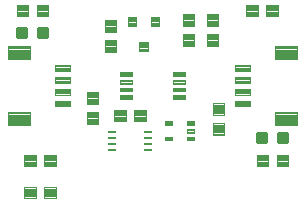
<source format=gtp>
G04 EAGLE Gerber RS-274X export*
G75*
%MOMM*%
%FSLAX34Y34*%
%LPD*%
%INSolderpaste Top*%
%IPPOS*%
%AMOC8*
5,1,8,0,0,1.08239X$1,22.5*%
G01*
%ADD10C,0.100000*%
%ADD11C,0.096000*%
%ADD12C,0.102000*%
%ADD13C,0.300000*%
%ADD14C,0.104000*%
%ADD15C,0.100800*%
%ADD16R,0.750000X0.250000*%


D10*
X35250Y68000D02*
X45250Y68000D01*
X45250Y59000D01*
X35250Y59000D01*
X35250Y68000D01*
X35250Y59950D02*
X45250Y59950D01*
X45250Y60900D02*
X35250Y60900D01*
X35250Y61850D02*
X45250Y61850D01*
X45250Y62800D02*
X35250Y62800D01*
X35250Y63750D02*
X45250Y63750D01*
X45250Y64700D02*
X35250Y64700D01*
X35250Y65650D02*
X45250Y65650D01*
X45250Y66600D02*
X35250Y66600D01*
X35250Y67550D02*
X45250Y67550D01*
X28250Y68000D02*
X18250Y68000D01*
X28250Y68000D02*
X28250Y59000D01*
X18250Y59000D01*
X18250Y68000D01*
X18250Y59950D02*
X28250Y59950D01*
X28250Y60900D02*
X18250Y60900D01*
X18250Y61850D02*
X28250Y61850D01*
X28250Y62800D02*
X18250Y62800D01*
X18250Y63750D02*
X28250Y63750D01*
X28250Y64700D02*
X18250Y64700D01*
X18250Y65650D02*
X28250Y65650D01*
X28250Y66600D02*
X18250Y66600D01*
X18250Y67550D02*
X28250Y67550D01*
X35250Y41330D02*
X45250Y41330D01*
X45250Y32330D01*
X35250Y32330D01*
X35250Y41330D01*
X35250Y33280D02*
X45250Y33280D01*
X45250Y34230D02*
X35250Y34230D01*
X35250Y35180D02*
X45250Y35180D01*
X45250Y36130D02*
X35250Y36130D01*
X35250Y37080D02*
X45250Y37080D01*
X45250Y38030D02*
X35250Y38030D01*
X35250Y38980D02*
X45250Y38980D01*
X45250Y39930D02*
X35250Y39930D01*
X35250Y40880D02*
X45250Y40880D01*
X28250Y41330D02*
X18250Y41330D01*
X28250Y41330D02*
X28250Y32330D01*
X18250Y32330D01*
X18250Y41330D01*
X18250Y33280D02*
X28250Y33280D01*
X28250Y34230D02*
X18250Y34230D01*
X18250Y35180D02*
X28250Y35180D01*
X28250Y36130D02*
X18250Y36130D01*
X18250Y37080D02*
X28250Y37080D01*
X28250Y38030D02*
X18250Y38030D01*
X18250Y38980D02*
X28250Y38980D01*
X28250Y39930D02*
X18250Y39930D01*
X18250Y40880D02*
X28250Y40880D01*
D11*
X4530Y149480D02*
X4530Y160520D01*
X23570Y160520D01*
X23570Y149480D01*
X4530Y149480D01*
X4530Y150392D02*
X23570Y150392D01*
X23570Y151304D02*
X4530Y151304D01*
X4530Y152216D02*
X23570Y152216D01*
X23570Y153128D02*
X4530Y153128D01*
X4530Y154040D02*
X23570Y154040D01*
X23570Y154952D02*
X4530Y154952D01*
X4530Y155864D02*
X23570Y155864D01*
X23570Y156776D02*
X4530Y156776D01*
X4530Y157688D02*
X23570Y157688D01*
X23570Y158600D02*
X4530Y158600D01*
X4530Y159512D02*
X23570Y159512D01*
X23570Y160424D02*
X4530Y160424D01*
X4530Y104520D02*
X4530Y93480D01*
X4530Y104520D02*
X23570Y104520D01*
X23570Y93480D01*
X4530Y93480D01*
X4530Y94392D02*
X23570Y94392D01*
X23570Y95304D02*
X4530Y95304D01*
X4530Y96216D02*
X23570Y96216D01*
X23570Y97128D02*
X4530Y97128D01*
X4530Y98040D02*
X23570Y98040D01*
X23570Y98952D02*
X4530Y98952D01*
X4530Y99864D02*
X23570Y99864D01*
X23570Y100776D02*
X4530Y100776D01*
X4530Y101688D02*
X23570Y101688D01*
X23570Y102600D02*
X4530Y102600D01*
X4530Y103512D02*
X23570Y103512D01*
X23570Y104424D02*
X4530Y104424D01*
D12*
X44560Y139510D02*
X44560Y144490D01*
X57040Y144490D01*
X57040Y139510D01*
X44560Y139510D01*
X44560Y140479D02*
X57040Y140479D01*
X57040Y141448D02*
X44560Y141448D01*
X44560Y142417D02*
X57040Y142417D01*
X57040Y143386D02*
X44560Y143386D01*
X44560Y144355D02*
X57040Y144355D01*
X44560Y134490D02*
X44560Y129510D01*
X44560Y134490D02*
X57040Y134490D01*
X57040Y129510D01*
X44560Y129510D01*
X44560Y130479D02*
X57040Y130479D01*
X57040Y131448D02*
X44560Y131448D01*
X44560Y132417D02*
X57040Y132417D01*
X57040Y133386D02*
X44560Y133386D01*
X44560Y134355D02*
X57040Y134355D01*
X44560Y124490D02*
X44560Y119510D01*
X44560Y124490D02*
X57040Y124490D01*
X57040Y119510D01*
X44560Y119510D01*
X44560Y120479D02*
X57040Y120479D01*
X57040Y121448D02*
X44560Y121448D01*
X44560Y122417D02*
X57040Y122417D01*
X57040Y123386D02*
X44560Y123386D01*
X44560Y124355D02*
X57040Y124355D01*
X44560Y114490D02*
X44560Y109510D01*
X44560Y114490D02*
X57040Y114490D01*
X57040Y109510D01*
X44560Y109510D01*
X44560Y110479D02*
X57040Y110479D01*
X57040Y111448D02*
X44560Y111448D01*
X44560Y112417D02*
X57040Y112417D01*
X57040Y113386D02*
X44560Y113386D01*
X44560Y114355D02*
X57040Y114355D01*
D11*
X249470Y104520D02*
X249470Y93480D01*
X230430Y93480D01*
X230430Y104520D01*
X249470Y104520D01*
X249470Y94392D02*
X230430Y94392D01*
X230430Y95304D02*
X249470Y95304D01*
X249470Y96216D02*
X230430Y96216D01*
X230430Y97128D02*
X249470Y97128D01*
X249470Y98040D02*
X230430Y98040D01*
X230430Y98952D02*
X249470Y98952D01*
X249470Y99864D02*
X230430Y99864D01*
X230430Y100776D02*
X249470Y100776D01*
X249470Y101688D02*
X230430Y101688D01*
X230430Y102600D02*
X249470Y102600D01*
X249470Y103512D02*
X230430Y103512D01*
X230430Y104424D02*
X249470Y104424D01*
X249470Y149480D02*
X249470Y160520D01*
X249470Y149480D02*
X230430Y149480D01*
X230430Y160520D01*
X249470Y160520D01*
X249470Y150392D02*
X230430Y150392D01*
X230430Y151304D02*
X249470Y151304D01*
X249470Y152216D02*
X230430Y152216D01*
X230430Y153128D02*
X249470Y153128D01*
X249470Y154040D02*
X230430Y154040D01*
X230430Y154952D02*
X249470Y154952D01*
X249470Y155864D02*
X230430Y155864D01*
X230430Y156776D02*
X249470Y156776D01*
X249470Y157688D02*
X230430Y157688D01*
X230430Y158600D02*
X249470Y158600D01*
X249470Y159512D02*
X230430Y159512D01*
X230430Y160424D02*
X249470Y160424D01*
D12*
X209440Y114490D02*
X209440Y109510D01*
X196960Y109510D01*
X196960Y114490D01*
X209440Y114490D01*
X209440Y110479D02*
X196960Y110479D01*
X196960Y111448D02*
X209440Y111448D01*
X209440Y112417D02*
X196960Y112417D01*
X196960Y113386D02*
X209440Y113386D01*
X209440Y114355D02*
X196960Y114355D01*
X209440Y119510D02*
X209440Y124490D01*
X209440Y119510D02*
X196960Y119510D01*
X196960Y124490D01*
X209440Y124490D01*
X209440Y120479D02*
X196960Y120479D01*
X196960Y121448D02*
X209440Y121448D01*
X209440Y122417D02*
X196960Y122417D01*
X196960Y123386D02*
X209440Y123386D01*
X209440Y124355D02*
X196960Y124355D01*
X209440Y129510D02*
X209440Y134490D01*
X209440Y129510D02*
X196960Y129510D01*
X196960Y134490D01*
X209440Y134490D01*
X209440Y130479D02*
X196960Y130479D01*
X196960Y131448D02*
X209440Y131448D01*
X209440Y132417D02*
X196960Y132417D01*
X196960Y133386D02*
X209440Y133386D01*
X209440Y134355D02*
X196960Y134355D01*
X209440Y139510D02*
X209440Y144490D01*
X209440Y139510D02*
X196960Y139510D01*
X196960Y144490D01*
X209440Y144490D01*
X209440Y140479D02*
X196960Y140479D01*
X196960Y141448D02*
X209440Y141448D01*
X209440Y142417D02*
X196960Y142417D01*
X196960Y143386D02*
X209440Y143386D01*
X209440Y144355D02*
X196960Y144355D01*
D10*
X21900Y186000D02*
X11900Y186000D01*
X11900Y195000D01*
X21900Y195000D01*
X21900Y186000D01*
X21900Y186950D02*
X11900Y186950D01*
X11900Y187900D02*
X21900Y187900D01*
X21900Y188850D02*
X11900Y188850D01*
X11900Y189800D02*
X21900Y189800D01*
X21900Y190750D02*
X11900Y190750D01*
X11900Y191700D02*
X21900Y191700D01*
X21900Y192650D02*
X11900Y192650D01*
X11900Y193600D02*
X21900Y193600D01*
X21900Y194550D02*
X11900Y194550D01*
X28900Y186000D02*
X38900Y186000D01*
X28900Y186000D02*
X28900Y195000D01*
X38900Y195000D01*
X38900Y186000D01*
X38900Y186950D02*
X28900Y186950D01*
X28900Y187900D02*
X38900Y187900D01*
X38900Y188850D02*
X28900Y188850D01*
X28900Y189800D02*
X38900Y189800D01*
X38900Y190750D02*
X28900Y190750D01*
X28900Y191700D02*
X38900Y191700D01*
X38900Y192650D02*
X28900Y192650D01*
X28900Y193600D02*
X38900Y193600D01*
X38900Y194550D02*
X28900Y194550D01*
D13*
X30670Y174950D02*
X30670Y167950D01*
X30670Y174950D02*
X37670Y174950D01*
X37670Y167950D01*
X30670Y167950D01*
X30670Y170800D02*
X37670Y170800D01*
X37670Y173650D02*
X30670Y173650D01*
X13130Y174950D02*
X13130Y167950D01*
X13130Y174950D02*
X20130Y174950D01*
X20130Y167950D01*
X13130Y167950D01*
X13130Y170800D02*
X20130Y170800D01*
X20130Y173650D02*
X13130Y173650D01*
D10*
X178380Y112560D02*
X178380Y102560D01*
X178380Y112560D02*
X187380Y112560D01*
X187380Y102560D01*
X178380Y102560D01*
X178380Y103510D02*
X187380Y103510D01*
X187380Y104460D02*
X178380Y104460D01*
X178380Y105410D02*
X187380Y105410D01*
X187380Y106360D02*
X178380Y106360D01*
X178380Y107310D02*
X187380Y107310D01*
X187380Y108260D02*
X178380Y108260D01*
X178380Y109210D02*
X187380Y109210D01*
X187380Y110160D02*
X178380Y110160D01*
X178380Y111110D02*
X187380Y111110D01*
X187380Y112060D02*
X178380Y112060D01*
X178380Y95560D02*
X178380Y85560D01*
X178380Y95560D02*
X187380Y95560D01*
X187380Y85560D01*
X178380Y85560D01*
X178380Y86510D02*
X187380Y86510D01*
X187380Y87460D02*
X178380Y87460D01*
X178380Y88410D02*
X187380Y88410D01*
X187380Y89360D02*
X178380Y89360D01*
X178380Y90310D02*
X187380Y90310D01*
X187380Y91260D02*
X178380Y91260D01*
X178380Y92210D02*
X187380Y92210D01*
X187380Y93160D02*
X178380Y93160D01*
X178380Y94110D02*
X187380Y94110D01*
X187380Y95060D02*
X178380Y95060D01*
X154500Y115750D02*
X154500Y118750D01*
X154500Y115750D02*
X144500Y115750D01*
X144500Y118750D01*
X154500Y118750D01*
X154500Y116700D02*
X144500Y116700D01*
X144500Y117650D02*
X154500Y117650D01*
X154500Y118600D02*
X144500Y118600D01*
X154500Y122250D02*
X154500Y125250D01*
X154500Y122250D02*
X144500Y122250D01*
X144500Y125250D01*
X154500Y125250D01*
X154500Y123200D02*
X144500Y123200D01*
X144500Y124150D02*
X154500Y124150D01*
X154500Y125100D02*
X144500Y125100D01*
X154500Y128750D02*
X154500Y131750D01*
X154500Y128750D02*
X144500Y128750D01*
X144500Y131750D01*
X154500Y131750D01*
X154500Y129700D02*
X144500Y129700D01*
X144500Y130650D02*
X154500Y130650D01*
X154500Y131600D02*
X144500Y131600D01*
X154500Y135250D02*
X154500Y138250D01*
X154500Y135250D02*
X144500Y135250D01*
X144500Y138250D01*
X154500Y138250D01*
X154500Y136200D02*
X144500Y136200D01*
X144500Y137150D02*
X154500Y137150D01*
X154500Y138100D02*
X144500Y138100D01*
X109500Y138250D02*
X109500Y135250D01*
X99500Y135250D01*
X99500Y138250D01*
X109500Y138250D01*
X109500Y136200D02*
X99500Y136200D01*
X99500Y137150D02*
X109500Y137150D01*
X109500Y138100D02*
X99500Y138100D01*
X109500Y131750D02*
X109500Y128750D01*
X99500Y128750D01*
X99500Y131750D01*
X109500Y131750D01*
X109500Y129700D02*
X99500Y129700D01*
X99500Y130650D02*
X109500Y130650D01*
X109500Y131600D02*
X99500Y131600D01*
X109500Y125250D02*
X109500Y122250D01*
X99500Y122250D01*
X99500Y125250D01*
X109500Y125250D01*
X109500Y123200D02*
X99500Y123200D01*
X99500Y124150D02*
X109500Y124150D01*
X109500Y125100D02*
X99500Y125100D01*
X109500Y118750D02*
X109500Y115750D01*
X99500Y115750D01*
X99500Y118750D01*
X109500Y118750D01*
X109500Y116700D02*
X99500Y116700D01*
X99500Y117650D02*
X109500Y117650D01*
X109500Y118600D02*
X99500Y118600D01*
X71700Y121450D02*
X71700Y111450D01*
X71700Y121450D02*
X80700Y121450D01*
X80700Y111450D01*
X71700Y111450D01*
X71700Y112400D02*
X80700Y112400D01*
X80700Y113350D02*
X71700Y113350D01*
X71700Y114300D02*
X80700Y114300D01*
X80700Y115250D02*
X71700Y115250D01*
X71700Y116200D02*
X80700Y116200D01*
X80700Y117150D02*
X71700Y117150D01*
X71700Y118100D02*
X80700Y118100D01*
X80700Y119050D02*
X71700Y119050D01*
X71700Y120000D02*
X80700Y120000D01*
X80700Y120950D02*
X71700Y120950D01*
X71700Y104450D02*
X71700Y94450D01*
X71700Y104450D02*
X80700Y104450D01*
X80700Y94450D01*
X71700Y94450D01*
X71700Y95400D02*
X80700Y95400D01*
X80700Y96350D02*
X71700Y96350D01*
X71700Y97300D02*
X80700Y97300D01*
X80700Y98250D02*
X71700Y98250D01*
X71700Y99200D02*
X80700Y99200D01*
X80700Y100150D02*
X71700Y100150D01*
X71700Y101100D02*
X80700Y101100D01*
X80700Y102050D02*
X71700Y102050D01*
X71700Y103000D02*
X80700Y103000D01*
X80700Y103950D02*
X71700Y103950D01*
D13*
X223330Y86050D02*
X223330Y79050D01*
X216330Y79050D01*
X216330Y86050D01*
X223330Y86050D01*
X223330Y81900D02*
X216330Y81900D01*
X216330Y84750D02*
X223330Y84750D01*
X240870Y86050D02*
X240870Y79050D01*
X233870Y79050D01*
X233870Y86050D01*
X240870Y86050D01*
X240870Y81900D02*
X233870Y81900D01*
X233870Y84750D02*
X240870Y84750D01*
D10*
X242100Y68000D02*
X232100Y68000D01*
X242100Y68000D02*
X242100Y59000D01*
X232100Y59000D01*
X232100Y68000D01*
X232100Y59950D02*
X242100Y59950D01*
X242100Y60900D02*
X232100Y60900D01*
X232100Y61850D02*
X242100Y61850D01*
X242100Y62800D02*
X232100Y62800D01*
X232100Y63750D02*
X242100Y63750D01*
X242100Y64700D02*
X232100Y64700D01*
X232100Y65650D02*
X242100Y65650D01*
X242100Y66600D02*
X232100Y66600D01*
X232100Y67550D02*
X242100Y67550D01*
X225100Y68000D02*
X215100Y68000D01*
X225100Y68000D02*
X225100Y59000D01*
X215100Y59000D01*
X215100Y68000D01*
X215100Y59950D02*
X225100Y59950D01*
X225100Y60900D02*
X215100Y60900D01*
X215100Y61850D02*
X225100Y61850D01*
X225100Y62800D02*
X215100Y62800D01*
X215100Y63750D02*
X225100Y63750D01*
X225100Y64700D02*
X215100Y64700D01*
X215100Y65650D02*
X225100Y65650D01*
X225100Y66600D02*
X215100Y66600D01*
X215100Y67550D02*
X225100Y67550D01*
D14*
X132360Y185430D02*
X125400Y185430D01*
X132360Y185430D02*
X132360Y177470D01*
X125400Y177470D01*
X125400Y185430D01*
X125400Y178458D02*
X132360Y178458D01*
X132360Y179446D02*
X125400Y179446D01*
X125400Y180434D02*
X132360Y180434D01*
X132360Y181422D02*
X125400Y181422D01*
X125400Y182410D02*
X132360Y182410D01*
X132360Y183398D02*
X125400Y183398D01*
X125400Y184386D02*
X132360Y184386D01*
X132360Y185374D02*
X125400Y185374D01*
X113360Y185430D02*
X106400Y185430D01*
X113360Y185430D02*
X113360Y177470D01*
X106400Y177470D01*
X106400Y185430D01*
X106400Y178458D02*
X113360Y178458D01*
X113360Y179446D02*
X106400Y179446D01*
X106400Y180434D02*
X113360Y180434D01*
X113360Y181422D02*
X106400Y181422D01*
X106400Y182410D02*
X113360Y182410D01*
X113360Y183398D02*
X106400Y183398D01*
X106400Y184386D02*
X113360Y184386D01*
X113360Y185374D02*
X106400Y185374D01*
X115900Y164430D02*
X122860Y164430D01*
X122860Y156470D01*
X115900Y156470D01*
X115900Y164430D01*
X115900Y157458D02*
X122860Y157458D01*
X122860Y158446D02*
X115900Y158446D01*
X115900Y159434D02*
X122860Y159434D01*
X122860Y160422D02*
X115900Y160422D01*
X115900Y161410D02*
X122860Y161410D01*
X122860Y162398D02*
X115900Y162398D01*
X115900Y163386D02*
X122860Y163386D01*
X122860Y164374D02*
X115900Y164374D01*
D10*
X161980Y160490D02*
X161980Y170490D01*
X161980Y160490D02*
X152980Y160490D01*
X152980Y170490D01*
X161980Y170490D01*
X161980Y161440D02*
X152980Y161440D01*
X152980Y162390D02*
X161980Y162390D01*
X161980Y163340D02*
X152980Y163340D01*
X152980Y164290D02*
X161980Y164290D01*
X161980Y165240D02*
X152980Y165240D01*
X152980Y166190D02*
X161980Y166190D01*
X161980Y167140D02*
X152980Y167140D01*
X152980Y168090D02*
X161980Y168090D01*
X161980Y169040D02*
X152980Y169040D01*
X152980Y169990D02*
X161980Y169990D01*
X161980Y177490D02*
X161980Y187490D01*
X161980Y177490D02*
X152980Y177490D01*
X152980Y187490D01*
X161980Y187490D01*
X161980Y178440D02*
X152980Y178440D01*
X152980Y179390D02*
X161980Y179390D01*
X161980Y180340D02*
X152980Y180340D01*
X152980Y181290D02*
X161980Y181290D01*
X161980Y182240D02*
X152980Y182240D01*
X152980Y183190D02*
X161980Y183190D01*
X161980Y184140D02*
X152980Y184140D01*
X152980Y185090D02*
X161980Y185090D01*
X161980Y186040D02*
X152980Y186040D01*
X152980Y186990D02*
X161980Y186990D01*
X95940Y165410D02*
X95940Y155410D01*
X86940Y155410D01*
X86940Y165410D01*
X95940Y165410D01*
X95940Y156360D02*
X86940Y156360D01*
X86940Y157310D02*
X95940Y157310D01*
X95940Y158260D02*
X86940Y158260D01*
X86940Y159210D02*
X95940Y159210D01*
X95940Y160160D02*
X86940Y160160D01*
X86940Y161110D02*
X95940Y161110D01*
X95940Y162060D02*
X86940Y162060D01*
X86940Y163010D02*
X95940Y163010D01*
X95940Y163960D02*
X86940Y163960D01*
X86940Y164910D02*
X95940Y164910D01*
X95940Y172410D02*
X95940Y182410D01*
X95940Y172410D02*
X86940Y172410D01*
X86940Y182410D01*
X95940Y182410D01*
X95940Y173360D02*
X86940Y173360D01*
X86940Y174310D02*
X95940Y174310D01*
X95940Y175260D02*
X86940Y175260D01*
X86940Y176210D02*
X95940Y176210D01*
X95940Y177160D02*
X86940Y177160D01*
X86940Y178110D02*
X95940Y178110D01*
X95940Y179060D02*
X86940Y179060D01*
X86940Y180010D02*
X95940Y180010D01*
X95940Y180960D02*
X86940Y180960D01*
X86940Y181910D02*
X95940Y181910D01*
D15*
X143356Y83996D02*
X143356Y80804D01*
X137364Y80804D01*
X137364Y83996D01*
X143356Y83996D01*
X143356Y81762D02*
X137364Y81762D01*
X137364Y82720D02*
X143356Y82720D01*
X143356Y83678D02*
X137364Y83678D01*
X143356Y93804D02*
X143356Y96996D01*
X143356Y93804D02*
X137364Y93804D01*
X137364Y96996D01*
X143356Y96996D01*
X143356Y94762D02*
X137364Y94762D01*
X137364Y95720D02*
X143356Y95720D01*
X143356Y96678D02*
X137364Y96678D01*
X162356Y83996D02*
X162356Y80804D01*
X156364Y80804D01*
X156364Y83996D01*
X162356Y83996D01*
X162356Y81762D02*
X156364Y81762D01*
X156364Y82720D02*
X162356Y82720D01*
X162356Y83678D02*
X156364Y83678D01*
X162356Y93804D02*
X162356Y96996D01*
X162356Y93804D02*
X156364Y93804D01*
X156364Y96996D01*
X162356Y96996D01*
X162356Y94762D02*
X156364Y94762D01*
X156364Y95720D02*
X162356Y95720D01*
X162356Y96678D02*
X156364Y96678D01*
X162356Y90496D02*
X162356Y87304D01*
X156364Y87304D01*
X156364Y90496D01*
X162356Y90496D01*
X162356Y88262D02*
X156364Y88262D01*
X156364Y89220D02*
X162356Y89220D01*
X162356Y90178D02*
X156364Y90178D01*
D10*
X173300Y177490D02*
X173300Y187490D01*
X182300Y187490D01*
X182300Y177490D01*
X173300Y177490D01*
X173300Y178440D02*
X182300Y178440D01*
X182300Y179390D02*
X173300Y179390D01*
X173300Y180340D02*
X182300Y180340D01*
X182300Y181290D02*
X173300Y181290D01*
X173300Y182240D02*
X182300Y182240D01*
X182300Y183190D02*
X173300Y183190D01*
X173300Y184140D02*
X182300Y184140D01*
X182300Y185090D02*
X173300Y185090D01*
X173300Y186040D02*
X182300Y186040D01*
X182300Y186990D02*
X173300Y186990D01*
X173300Y170490D02*
X173300Y160490D01*
X173300Y170490D02*
X182300Y170490D01*
X182300Y160490D01*
X173300Y160490D01*
X173300Y161440D02*
X182300Y161440D01*
X182300Y162390D02*
X173300Y162390D01*
X173300Y163340D02*
X182300Y163340D01*
X182300Y164290D02*
X173300Y164290D01*
X173300Y165240D02*
X182300Y165240D01*
X182300Y166190D02*
X173300Y166190D01*
X173300Y167140D02*
X182300Y167140D01*
X182300Y168090D02*
X173300Y168090D01*
X173300Y169040D02*
X182300Y169040D01*
X182300Y169990D02*
X173300Y169990D01*
X206210Y186000D02*
X216210Y186000D01*
X206210Y186000D02*
X206210Y195000D01*
X216210Y195000D01*
X216210Y186000D01*
X216210Y186950D02*
X206210Y186950D01*
X206210Y187900D02*
X216210Y187900D01*
X216210Y188850D02*
X206210Y188850D01*
X206210Y189800D02*
X216210Y189800D01*
X216210Y190750D02*
X206210Y190750D01*
X206210Y191700D02*
X216210Y191700D01*
X216210Y192650D02*
X206210Y192650D01*
X206210Y193600D02*
X216210Y193600D01*
X216210Y194550D02*
X206210Y194550D01*
X223210Y186000D02*
X233210Y186000D01*
X223210Y186000D02*
X223210Y195000D01*
X233210Y195000D01*
X233210Y186000D01*
X233210Y186950D02*
X223210Y186950D01*
X223210Y187900D02*
X233210Y187900D01*
X233210Y188850D02*
X223210Y188850D01*
X223210Y189800D02*
X233210Y189800D01*
X233210Y190750D02*
X223210Y190750D01*
X223210Y191700D02*
X233210Y191700D01*
X233210Y192650D02*
X223210Y192650D01*
X223210Y193600D02*
X233210Y193600D01*
X233210Y194550D02*
X223210Y194550D01*
D16*
X92450Y87510D03*
X92450Y82510D03*
X92450Y77510D03*
X92450Y72510D03*
X123450Y87510D03*
X123450Y82510D03*
X123450Y77510D03*
X123450Y72510D03*
D10*
X121450Y106100D02*
X111450Y106100D01*
X121450Y106100D02*
X121450Y97100D01*
X111450Y97100D01*
X111450Y106100D01*
X111450Y98050D02*
X121450Y98050D01*
X121450Y99000D02*
X111450Y99000D01*
X111450Y99950D02*
X121450Y99950D01*
X121450Y100900D02*
X111450Y100900D01*
X111450Y101850D02*
X121450Y101850D01*
X121450Y102800D02*
X111450Y102800D01*
X111450Y103750D02*
X121450Y103750D01*
X121450Y104700D02*
X111450Y104700D01*
X111450Y105650D02*
X121450Y105650D01*
X104450Y106100D02*
X94450Y106100D01*
X104450Y106100D02*
X104450Y97100D01*
X94450Y97100D01*
X94450Y106100D01*
X94450Y98050D02*
X104450Y98050D01*
X104450Y99000D02*
X94450Y99000D01*
X94450Y99950D02*
X104450Y99950D01*
X104450Y100900D02*
X94450Y100900D01*
X94450Y101850D02*
X104450Y101850D01*
X104450Y102800D02*
X94450Y102800D01*
X94450Y103750D02*
X104450Y103750D01*
X104450Y104700D02*
X94450Y104700D01*
X94450Y105650D02*
X104450Y105650D01*
M02*

</source>
